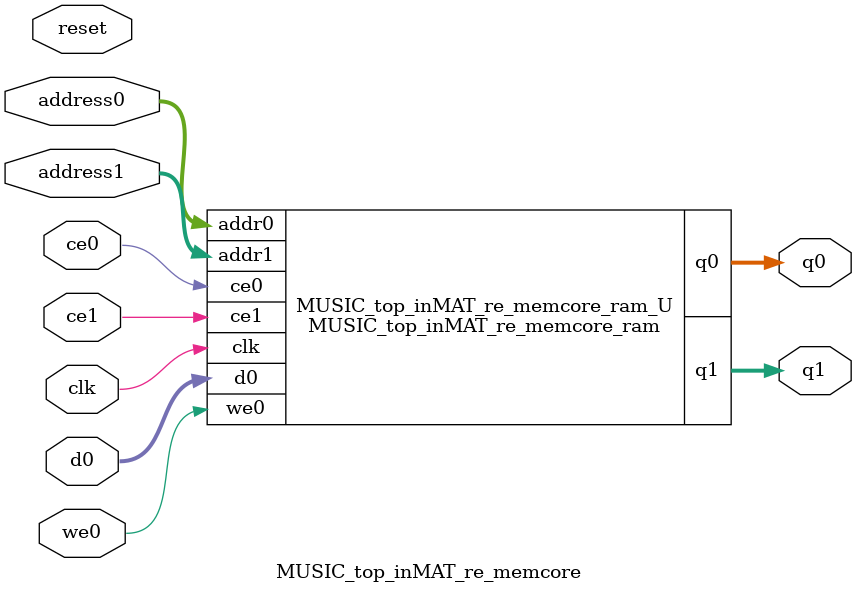
<source format=v>
`timescale 1 ns / 1 ps
module MUSIC_top_inMAT_re_memcore_ram (addr0, ce0, d0, we0, q0, addr1, ce1, q1,  clk);

parameter DWIDTH = 64;
parameter AWIDTH = 8;
parameter MEM_SIZE = 200;

input[AWIDTH-1:0] addr0;
input ce0;
input[DWIDTH-1:0] d0;
input we0;
output reg[DWIDTH-1:0] q0;
input[AWIDTH-1:0] addr1;
input ce1;
output reg[DWIDTH-1:0] q1;
input clk;

(* ram_style = "block" *)reg [DWIDTH-1:0] ram[0:MEM_SIZE-1];




always @(posedge clk)  
begin 
    if (ce0) 
    begin
        if (we0) 
        begin 
            ram[addr0] <= d0; 
        end 
        q0 <= ram[addr0];
    end
end


always @(posedge clk)  
begin 
    if (ce1) 
    begin
        q1 <= ram[addr1];
    end
end


endmodule

`timescale 1 ns / 1 ps
module MUSIC_top_inMAT_re_memcore(
    reset,
    clk,
    address0,
    ce0,
    we0,
    d0,
    q0,
    address1,
    ce1,
    q1);

parameter DataWidth = 32'd64;
parameter AddressRange = 32'd200;
parameter AddressWidth = 32'd8;
input reset;
input clk;
input[AddressWidth - 1:0] address0;
input ce0;
input we0;
input[DataWidth - 1:0] d0;
output[DataWidth - 1:0] q0;
input[AddressWidth - 1:0] address1;
input ce1;
output[DataWidth - 1:0] q1;



MUSIC_top_inMAT_re_memcore_ram MUSIC_top_inMAT_re_memcore_ram_U(
    .clk( clk ),
    .addr0( address0 ),
    .ce0( ce0 ),
    .we0( we0 ),
    .d0( d0 ),
    .q0( q0 ),
    .addr1( address1 ),
    .ce1( ce1 ),
    .q1( q1 ));

endmodule


</source>
